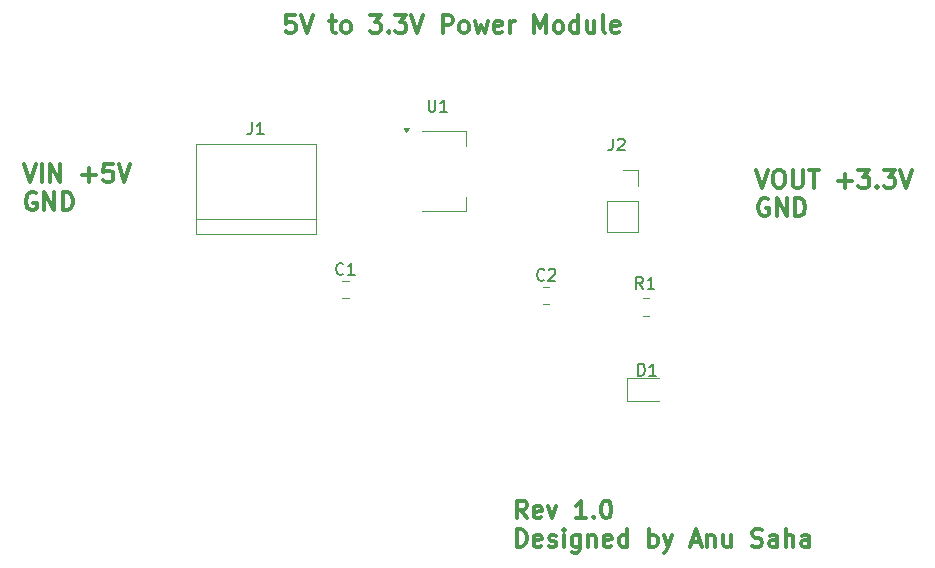
<source format=gbr>
%TF.GenerationSoftware,KiCad,Pcbnew,8.0.5*%
%TF.CreationDate,2026-01-17T19:17:13+05:30*%
%TF.ProjectId,5V_to_3V3_Power_Module,35565f74-6f5f-4335-9633-5f506f776572,rev?*%
%TF.SameCoordinates,Original*%
%TF.FileFunction,Legend,Top*%
%TF.FilePolarity,Positive*%
%FSLAX46Y46*%
G04 Gerber Fmt 4.6, Leading zero omitted, Abs format (unit mm)*
G04 Created by KiCad (PCBNEW 8.0.5) date 2026-01-17 19:17:13*
%MOMM*%
%LPD*%
G01*
G04 APERTURE LIST*
%ADD10C,0.300000*%
%ADD11C,0.150000*%
%ADD12C,0.120000*%
G04 APERTURE END LIST*
D10*
X123340225Y-72385912D02*
X123840225Y-73885912D01*
X123840225Y-73885912D02*
X124340225Y-72385912D01*
X124840224Y-73885912D02*
X124840224Y-72385912D01*
X125554510Y-73885912D02*
X125554510Y-72385912D01*
X125554510Y-72385912D02*
X126411653Y-73885912D01*
X126411653Y-73885912D02*
X126411653Y-72385912D01*
X128268796Y-73314484D02*
X129411654Y-73314484D01*
X128840225Y-73885912D02*
X128840225Y-72743055D01*
X130840225Y-72385912D02*
X130125939Y-72385912D01*
X130125939Y-72385912D02*
X130054511Y-73100198D01*
X130054511Y-73100198D02*
X130125939Y-73028769D01*
X130125939Y-73028769D02*
X130268797Y-72957341D01*
X130268797Y-72957341D02*
X130625939Y-72957341D01*
X130625939Y-72957341D02*
X130768797Y-73028769D01*
X130768797Y-73028769D02*
X130840225Y-73100198D01*
X130840225Y-73100198D02*
X130911654Y-73243055D01*
X130911654Y-73243055D02*
X130911654Y-73600198D01*
X130911654Y-73600198D02*
X130840225Y-73743055D01*
X130840225Y-73743055D02*
X130768797Y-73814484D01*
X130768797Y-73814484D02*
X130625939Y-73885912D01*
X130625939Y-73885912D02*
X130268797Y-73885912D01*
X130268797Y-73885912D02*
X130125939Y-73814484D01*
X130125939Y-73814484D02*
X130054511Y-73743055D01*
X131340225Y-72385912D02*
X131840225Y-73885912D01*
X131840225Y-73885912D02*
X132340225Y-72385912D01*
X124340225Y-74872257D02*
X124197368Y-74800828D01*
X124197368Y-74800828D02*
X123983082Y-74800828D01*
X123983082Y-74800828D02*
X123768796Y-74872257D01*
X123768796Y-74872257D02*
X123625939Y-75015114D01*
X123625939Y-75015114D02*
X123554510Y-75157971D01*
X123554510Y-75157971D02*
X123483082Y-75443685D01*
X123483082Y-75443685D02*
X123483082Y-75657971D01*
X123483082Y-75657971D02*
X123554510Y-75943685D01*
X123554510Y-75943685D02*
X123625939Y-76086542D01*
X123625939Y-76086542D02*
X123768796Y-76229400D01*
X123768796Y-76229400D02*
X123983082Y-76300828D01*
X123983082Y-76300828D02*
X124125939Y-76300828D01*
X124125939Y-76300828D02*
X124340225Y-76229400D01*
X124340225Y-76229400D02*
X124411653Y-76157971D01*
X124411653Y-76157971D02*
X124411653Y-75657971D01*
X124411653Y-75657971D02*
X124125939Y-75657971D01*
X125054510Y-76300828D02*
X125054510Y-74800828D01*
X125054510Y-74800828D02*
X125911653Y-76300828D01*
X125911653Y-76300828D02*
X125911653Y-74800828D01*
X126625939Y-76300828D02*
X126625939Y-74800828D01*
X126625939Y-74800828D02*
X126983082Y-74800828D01*
X126983082Y-74800828D02*
X127197368Y-74872257D01*
X127197368Y-74872257D02*
X127340225Y-75015114D01*
X127340225Y-75015114D02*
X127411654Y-75157971D01*
X127411654Y-75157971D02*
X127483082Y-75443685D01*
X127483082Y-75443685D02*
X127483082Y-75657971D01*
X127483082Y-75657971D02*
X127411654Y-75943685D01*
X127411654Y-75943685D02*
X127340225Y-76086542D01*
X127340225Y-76086542D02*
X127197368Y-76229400D01*
X127197368Y-76229400D02*
X126983082Y-76300828D01*
X126983082Y-76300828D02*
X126625939Y-76300828D01*
X165911653Y-102385912D02*
X165411653Y-101671626D01*
X165054510Y-102385912D02*
X165054510Y-100885912D01*
X165054510Y-100885912D02*
X165625939Y-100885912D01*
X165625939Y-100885912D02*
X165768796Y-100957341D01*
X165768796Y-100957341D02*
X165840225Y-101028769D01*
X165840225Y-101028769D02*
X165911653Y-101171626D01*
X165911653Y-101171626D02*
X165911653Y-101385912D01*
X165911653Y-101385912D02*
X165840225Y-101528769D01*
X165840225Y-101528769D02*
X165768796Y-101600198D01*
X165768796Y-101600198D02*
X165625939Y-101671626D01*
X165625939Y-101671626D02*
X165054510Y-101671626D01*
X167125939Y-102314484D02*
X166983082Y-102385912D01*
X166983082Y-102385912D02*
X166697368Y-102385912D01*
X166697368Y-102385912D02*
X166554510Y-102314484D01*
X166554510Y-102314484D02*
X166483082Y-102171626D01*
X166483082Y-102171626D02*
X166483082Y-101600198D01*
X166483082Y-101600198D02*
X166554510Y-101457341D01*
X166554510Y-101457341D02*
X166697368Y-101385912D01*
X166697368Y-101385912D02*
X166983082Y-101385912D01*
X166983082Y-101385912D02*
X167125939Y-101457341D01*
X167125939Y-101457341D02*
X167197368Y-101600198D01*
X167197368Y-101600198D02*
X167197368Y-101743055D01*
X167197368Y-101743055D02*
X166483082Y-101885912D01*
X167697367Y-101385912D02*
X168054510Y-102385912D01*
X168054510Y-102385912D02*
X168411653Y-101385912D01*
X170911653Y-102385912D02*
X170054510Y-102385912D01*
X170483081Y-102385912D02*
X170483081Y-100885912D01*
X170483081Y-100885912D02*
X170340224Y-101100198D01*
X170340224Y-101100198D02*
X170197367Y-101243055D01*
X170197367Y-101243055D02*
X170054510Y-101314484D01*
X171554509Y-102243055D02*
X171625938Y-102314484D01*
X171625938Y-102314484D02*
X171554509Y-102385912D01*
X171554509Y-102385912D02*
X171483081Y-102314484D01*
X171483081Y-102314484D02*
X171554509Y-102243055D01*
X171554509Y-102243055D02*
X171554509Y-102385912D01*
X172554510Y-100885912D02*
X172697367Y-100885912D01*
X172697367Y-100885912D02*
X172840224Y-100957341D01*
X172840224Y-100957341D02*
X172911653Y-101028769D01*
X172911653Y-101028769D02*
X172983081Y-101171626D01*
X172983081Y-101171626D02*
X173054510Y-101457341D01*
X173054510Y-101457341D02*
X173054510Y-101814484D01*
X173054510Y-101814484D02*
X172983081Y-102100198D01*
X172983081Y-102100198D02*
X172911653Y-102243055D01*
X172911653Y-102243055D02*
X172840224Y-102314484D01*
X172840224Y-102314484D02*
X172697367Y-102385912D01*
X172697367Y-102385912D02*
X172554510Y-102385912D01*
X172554510Y-102385912D02*
X172411653Y-102314484D01*
X172411653Y-102314484D02*
X172340224Y-102243055D01*
X172340224Y-102243055D02*
X172268795Y-102100198D01*
X172268795Y-102100198D02*
X172197367Y-101814484D01*
X172197367Y-101814484D02*
X172197367Y-101457341D01*
X172197367Y-101457341D02*
X172268795Y-101171626D01*
X172268795Y-101171626D02*
X172340224Y-101028769D01*
X172340224Y-101028769D02*
X172411653Y-100957341D01*
X172411653Y-100957341D02*
X172554510Y-100885912D01*
X165054510Y-104800828D02*
X165054510Y-103300828D01*
X165054510Y-103300828D02*
X165411653Y-103300828D01*
X165411653Y-103300828D02*
X165625939Y-103372257D01*
X165625939Y-103372257D02*
X165768796Y-103515114D01*
X165768796Y-103515114D02*
X165840225Y-103657971D01*
X165840225Y-103657971D02*
X165911653Y-103943685D01*
X165911653Y-103943685D02*
X165911653Y-104157971D01*
X165911653Y-104157971D02*
X165840225Y-104443685D01*
X165840225Y-104443685D02*
X165768796Y-104586542D01*
X165768796Y-104586542D02*
X165625939Y-104729400D01*
X165625939Y-104729400D02*
X165411653Y-104800828D01*
X165411653Y-104800828D02*
X165054510Y-104800828D01*
X167125939Y-104729400D02*
X166983082Y-104800828D01*
X166983082Y-104800828D02*
X166697368Y-104800828D01*
X166697368Y-104800828D02*
X166554510Y-104729400D01*
X166554510Y-104729400D02*
X166483082Y-104586542D01*
X166483082Y-104586542D02*
X166483082Y-104015114D01*
X166483082Y-104015114D02*
X166554510Y-103872257D01*
X166554510Y-103872257D02*
X166697368Y-103800828D01*
X166697368Y-103800828D02*
X166983082Y-103800828D01*
X166983082Y-103800828D02*
X167125939Y-103872257D01*
X167125939Y-103872257D02*
X167197368Y-104015114D01*
X167197368Y-104015114D02*
X167197368Y-104157971D01*
X167197368Y-104157971D02*
X166483082Y-104300828D01*
X167768796Y-104729400D02*
X167911653Y-104800828D01*
X167911653Y-104800828D02*
X168197367Y-104800828D01*
X168197367Y-104800828D02*
X168340224Y-104729400D01*
X168340224Y-104729400D02*
X168411653Y-104586542D01*
X168411653Y-104586542D02*
X168411653Y-104515114D01*
X168411653Y-104515114D02*
X168340224Y-104372257D01*
X168340224Y-104372257D02*
X168197367Y-104300828D01*
X168197367Y-104300828D02*
X167983082Y-104300828D01*
X167983082Y-104300828D02*
X167840224Y-104229400D01*
X167840224Y-104229400D02*
X167768796Y-104086542D01*
X167768796Y-104086542D02*
X167768796Y-104015114D01*
X167768796Y-104015114D02*
X167840224Y-103872257D01*
X167840224Y-103872257D02*
X167983082Y-103800828D01*
X167983082Y-103800828D02*
X168197367Y-103800828D01*
X168197367Y-103800828D02*
X168340224Y-103872257D01*
X169054510Y-104800828D02*
X169054510Y-103800828D01*
X169054510Y-103300828D02*
X168983082Y-103372257D01*
X168983082Y-103372257D02*
X169054510Y-103443685D01*
X169054510Y-103443685D02*
X169125939Y-103372257D01*
X169125939Y-103372257D02*
X169054510Y-103300828D01*
X169054510Y-103300828D02*
X169054510Y-103443685D01*
X170411654Y-103800828D02*
X170411654Y-105015114D01*
X170411654Y-105015114D02*
X170340225Y-105157971D01*
X170340225Y-105157971D02*
X170268796Y-105229400D01*
X170268796Y-105229400D02*
X170125939Y-105300828D01*
X170125939Y-105300828D02*
X169911654Y-105300828D01*
X169911654Y-105300828D02*
X169768796Y-105229400D01*
X170411654Y-104729400D02*
X170268796Y-104800828D01*
X170268796Y-104800828D02*
X169983082Y-104800828D01*
X169983082Y-104800828D02*
X169840225Y-104729400D01*
X169840225Y-104729400D02*
X169768796Y-104657971D01*
X169768796Y-104657971D02*
X169697368Y-104515114D01*
X169697368Y-104515114D02*
X169697368Y-104086542D01*
X169697368Y-104086542D02*
X169768796Y-103943685D01*
X169768796Y-103943685D02*
X169840225Y-103872257D01*
X169840225Y-103872257D02*
X169983082Y-103800828D01*
X169983082Y-103800828D02*
X170268796Y-103800828D01*
X170268796Y-103800828D02*
X170411654Y-103872257D01*
X171125939Y-103800828D02*
X171125939Y-104800828D01*
X171125939Y-103943685D02*
X171197368Y-103872257D01*
X171197368Y-103872257D02*
X171340225Y-103800828D01*
X171340225Y-103800828D02*
X171554511Y-103800828D01*
X171554511Y-103800828D02*
X171697368Y-103872257D01*
X171697368Y-103872257D02*
X171768797Y-104015114D01*
X171768797Y-104015114D02*
X171768797Y-104800828D01*
X173054511Y-104729400D02*
X172911654Y-104800828D01*
X172911654Y-104800828D02*
X172625940Y-104800828D01*
X172625940Y-104800828D02*
X172483082Y-104729400D01*
X172483082Y-104729400D02*
X172411654Y-104586542D01*
X172411654Y-104586542D02*
X172411654Y-104015114D01*
X172411654Y-104015114D02*
X172483082Y-103872257D01*
X172483082Y-103872257D02*
X172625940Y-103800828D01*
X172625940Y-103800828D02*
X172911654Y-103800828D01*
X172911654Y-103800828D02*
X173054511Y-103872257D01*
X173054511Y-103872257D02*
X173125940Y-104015114D01*
X173125940Y-104015114D02*
X173125940Y-104157971D01*
X173125940Y-104157971D02*
X172411654Y-104300828D01*
X174411654Y-104800828D02*
X174411654Y-103300828D01*
X174411654Y-104729400D02*
X174268796Y-104800828D01*
X174268796Y-104800828D02*
X173983082Y-104800828D01*
X173983082Y-104800828D02*
X173840225Y-104729400D01*
X173840225Y-104729400D02*
X173768796Y-104657971D01*
X173768796Y-104657971D02*
X173697368Y-104515114D01*
X173697368Y-104515114D02*
X173697368Y-104086542D01*
X173697368Y-104086542D02*
X173768796Y-103943685D01*
X173768796Y-103943685D02*
X173840225Y-103872257D01*
X173840225Y-103872257D02*
X173983082Y-103800828D01*
X173983082Y-103800828D02*
X174268796Y-103800828D01*
X174268796Y-103800828D02*
X174411654Y-103872257D01*
X176268796Y-104800828D02*
X176268796Y-103300828D01*
X176268796Y-103872257D02*
X176411654Y-103800828D01*
X176411654Y-103800828D02*
X176697368Y-103800828D01*
X176697368Y-103800828D02*
X176840225Y-103872257D01*
X176840225Y-103872257D02*
X176911654Y-103943685D01*
X176911654Y-103943685D02*
X176983082Y-104086542D01*
X176983082Y-104086542D02*
X176983082Y-104515114D01*
X176983082Y-104515114D02*
X176911654Y-104657971D01*
X176911654Y-104657971D02*
X176840225Y-104729400D01*
X176840225Y-104729400D02*
X176697368Y-104800828D01*
X176697368Y-104800828D02*
X176411654Y-104800828D01*
X176411654Y-104800828D02*
X176268796Y-104729400D01*
X177483082Y-103800828D02*
X177840225Y-104800828D01*
X178197368Y-103800828D02*
X177840225Y-104800828D01*
X177840225Y-104800828D02*
X177697368Y-105157971D01*
X177697368Y-105157971D02*
X177625939Y-105229400D01*
X177625939Y-105229400D02*
X177483082Y-105300828D01*
X179840225Y-104372257D02*
X180554511Y-104372257D01*
X179697368Y-104800828D02*
X180197368Y-103300828D01*
X180197368Y-103300828D02*
X180697368Y-104800828D01*
X181197367Y-103800828D02*
X181197367Y-104800828D01*
X181197367Y-103943685D02*
X181268796Y-103872257D01*
X181268796Y-103872257D02*
X181411653Y-103800828D01*
X181411653Y-103800828D02*
X181625939Y-103800828D01*
X181625939Y-103800828D02*
X181768796Y-103872257D01*
X181768796Y-103872257D02*
X181840225Y-104015114D01*
X181840225Y-104015114D02*
X181840225Y-104800828D01*
X183197368Y-103800828D02*
X183197368Y-104800828D01*
X182554510Y-103800828D02*
X182554510Y-104586542D01*
X182554510Y-104586542D02*
X182625939Y-104729400D01*
X182625939Y-104729400D02*
X182768796Y-104800828D01*
X182768796Y-104800828D02*
X182983082Y-104800828D01*
X182983082Y-104800828D02*
X183125939Y-104729400D01*
X183125939Y-104729400D02*
X183197368Y-104657971D01*
X184983082Y-104729400D02*
X185197368Y-104800828D01*
X185197368Y-104800828D02*
X185554510Y-104800828D01*
X185554510Y-104800828D02*
X185697368Y-104729400D01*
X185697368Y-104729400D02*
X185768796Y-104657971D01*
X185768796Y-104657971D02*
X185840225Y-104515114D01*
X185840225Y-104515114D02*
X185840225Y-104372257D01*
X185840225Y-104372257D02*
X185768796Y-104229400D01*
X185768796Y-104229400D02*
X185697368Y-104157971D01*
X185697368Y-104157971D02*
X185554510Y-104086542D01*
X185554510Y-104086542D02*
X185268796Y-104015114D01*
X185268796Y-104015114D02*
X185125939Y-103943685D01*
X185125939Y-103943685D02*
X185054510Y-103872257D01*
X185054510Y-103872257D02*
X184983082Y-103729400D01*
X184983082Y-103729400D02*
X184983082Y-103586542D01*
X184983082Y-103586542D02*
X185054510Y-103443685D01*
X185054510Y-103443685D02*
X185125939Y-103372257D01*
X185125939Y-103372257D02*
X185268796Y-103300828D01*
X185268796Y-103300828D02*
X185625939Y-103300828D01*
X185625939Y-103300828D02*
X185840225Y-103372257D01*
X187125939Y-104800828D02*
X187125939Y-104015114D01*
X187125939Y-104015114D02*
X187054510Y-103872257D01*
X187054510Y-103872257D02*
X186911653Y-103800828D01*
X186911653Y-103800828D02*
X186625939Y-103800828D01*
X186625939Y-103800828D02*
X186483081Y-103872257D01*
X187125939Y-104729400D02*
X186983081Y-104800828D01*
X186983081Y-104800828D02*
X186625939Y-104800828D01*
X186625939Y-104800828D02*
X186483081Y-104729400D01*
X186483081Y-104729400D02*
X186411653Y-104586542D01*
X186411653Y-104586542D02*
X186411653Y-104443685D01*
X186411653Y-104443685D02*
X186483081Y-104300828D01*
X186483081Y-104300828D02*
X186625939Y-104229400D01*
X186625939Y-104229400D02*
X186983081Y-104229400D01*
X186983081Y-104229400D02*
X187125939Y-104157971D01*
X187840224Y-104800828D02*
X187840224Y-103300828D01*
X188483082Y-104800828D02*
X188483082Y-104015114D01*
X188483082Y-104015114D02*
X188411653Y-103872257D01*
X188411653Y-103872257D02*
X188268796Y-103800828D01*
X188268796Y-103800828D02*
X188054510Y-103800828D01*
X188054510Y-103800828D02*
X187911653Y-103872257D01*
X187911653Y-103872257D02*
X187840224Y-103943685D01*
X189840225Y-104800828D02*
X189840225Y-104015114D01*
X189840225Y-104015114D02*
X189768796Y-103872257D01*
X189768796Y-103872257D02*
X189625939Y-103800828D01*
X189625939Y-103800828D02*
X189340225Y-103800828D01*
X189340225Y-103800828D02*
X189197367Y-103872257D01*
X189840225Y-104729400D02*
X189697367Y-104800828D01*
X189697367Y-104800828D02*
X189340225Y-104800828D01*
X189340225Y-104800828D02*
X189197367Y-104729400D01*
X189197367Y-104729400D02*
X189125939Y-104586542D01*
X189125939Y-104586542D02*
X189125939Y-104443685D01*
X189125939Y-104443685D02*
X189197367Y-104300828D01*
X189197367Y-104300828D02*
X189340225Y-104229400D01*
X189340225Y-104229400D02*
X189697367Y-104229400D01*
X189697367Y-104229400D02*
X189840225Y-104157971D01*
X146268796Y-59800828D02*
X145554510Y-59800828D01*
X145554510Y-59800828D02*
X145483082Y-60515114D01*
X145483082Y-60515114D02*
X145554510Y-60443685D01*
X145554510Y-60443685D02*
X145697368Y-60372257D01*
X145697368Y-60372257D02*
X146054510Y-60372257D01*
X146054510Y-60372257D02*
X146197368Y-60443685D01*
X146197368Y-60443685D02*
X146268796Y-60515114D01*
X146268796Y-60515114D02*
X146340225Y-60657971D01*
X146340225Y-60657971D02*
X146340225Y-61015114D01*
X146340225Y-61015114D02*
X146268796Y-61157971D01*
X146268796Y-61157971D02*
X146197368Y-61229400D01*
X146197368Y-61229400D02*
X146054510Y-61300828D01*
X146054510Y-61300828D02*
X145697368Y-61300828D01*
X145697368Y-61300828D02*
X145554510Y-61229400D01*
X145554510Y-61229400D02*
X145483082Y-61157971D01*
X146768796Y-59800828D02*
X147268796Y-61300828D01*
X147268796Y-61300828D02*
X147768796Y-59800828D01*
X149197367Y-60300828D02*
X149768795Y-60300828D01*
X149411652Y-59800828D02*
X149411652Y-61086542D01*
X149411652Y-61086542D02*
X149483081Y-61229400D01*
X149483081Y-61229400D02*
X149625938Y-61300828D01*
X149625938Y-61300828D02*
X149768795Y-61300828D01*
X150483081Y-61300828D02*
X150340224Y-61229400D01*
X150340224Y-61229400D02*
X150268795Y-61157971D01*
X150268795Y-61157971D02*
X150197367Y-61015114D01*
X150197367Y-61015114D02*
X150197367Y-60586542D01*
X150197367Y-60586542D02*
X150268795Y-60443685D01*
X150268795Y-60443685D02*
X150340224Y-60372257D01*
X150340224Y-60372257D02*
X150483081Y-60300828D01*
X150483081Y-60300828D02*
X150697367Y-60300828D01*
X150697367Y-60300828D02*
X150840224Y-60372257D01*
X150840224Y-60372257D02*
X150911653Y-60443685D01*
X150911653Y-60443685D02*
X150983081Y-60586542D01*
X150983081Y-60586542D02*
X150983081Y-61015114D01*
X150983081Y-61015114D02*
X150911653Y-61157971D01*
X150911653Y-61157971D02*
X150840224Y-61229400D01*
X150840224Y-61229400D02*
X150697367Y-61300828D01*
X150697367Y-61300828D02*
X150483081Y-61300828D01*
X152625938Y-59800828D02*
X153554510Y-59800828D01*
X153554510Y-59800828D02*
X153054510Y-60372257D01*
X153054510Y-60372257D02*
X153268795Y-60372257D01*
X153268795Y-60372257D02*
X153411653Y-60443685D01*
X153411653Y-60443685D02*
X153483081Y-60515114D01*
X153483081Y-60515114D02*
X153554510Y-60657971D01*
X153554510Y-60657971D02*
X153554510Y-61015114D01*
X153554510Y-61015114D02*
X153483081Y-61157971D01*
X153483081Y-61157971D02*
X153411653Y-61229400D01*
X153411653Y-61229400D02*
X153268795Y-61300828D01*
X153268795Y-61300828D02*
X152840224Y-61300828D01*
X152840224Y-61300828D02*
X152697367Y-61229400D01*
X152697367Y-61229400D02*
X152625938Y-61157971D01*
X154197366Y-61157971D02*
X154268795Y-61229400D01*
X154268795Y-61229400D02*
X154197366Y-61300828D01*
X154197366Y-61300828D02*
X154125938Y-61229400D01*
X154125938Y-61229400D02*
X154197366Y-61157971D01*
X154197366Y-61157971D02*
X154197366Y-61300828D01*
X154768795Y-59800828D02*
X155697367Y-59800828D01*
X155697367Y-59800828D02*
X155197367Y-60372257D01*
X155197367Y-60372257D02*
X155411652Y-60372257D01*
X155411652Y-60372257D02*
X155554510Y-60443685D01*
X155554510Y-60443685D02*
X155625938Y-60515114D01*
X155625938Y-60515114D02*
X155697367Y-60657971D01*
X155697367Y-60657971D02*
X155697367Y-61015114D01*
X155697367Y-61015114D02*
X155625938Y-61157971D01*
X155625938Y-61157971D02*
X155554510Y-61229400D01*
X155554510Y-61229400D02*
X155411652Y-61300828D01*
X155411652Y-61300828D02*
X154983081Y-61300828D01*
X154983081Y-61300828D02*
X154840224Y-61229400D01*
X154840224Y-61229400D02*
X154768795Y-61157971D01*
X156125938Y-59800828D02*
X156625938Y-61300828D01*
X156625938Y-61300828D02*
X157125938Y-59800828D01*
X158768794Y-61300828D02*
X158768794Y-59800828D01*
X158768794Y-59800828D02*
X159340223Y-59800828D01*
X159340223Y-59800828D02*
X159483080Y-59872257D01*
X159483080Y-59872257D02*
X159554509Y-59943685D01*
X159554509Y-59943685D02*
X159625937Y-60086542D01*
X159625937Y-60086542D02*
X159625937Y-60300828D01*
X159625937Y-60300828D02*
X159554509Y-60443685D01*
X159554509Y-60443685D02*
X159483080Y-60515114D01*
X159483080Y-60515114D02*
X159340223Y-60586542D01*
X159340223Y-60586542D02*
X158768794Y-60586542D01*
X160483080Y-61300828D02*
X160340223Y-61229400D01*
X160340223Y-61229400D02*
X160268794Y-61157971D01*
X160268794Y-61157971D02*
X160197366Y-61015114D01*
X160197366Y-61015114D02*
X160197366Y-60586542D01*
X160197366Y-60586542D02*
X160268794Y-60443685D01*
X160268794Y-60443685D02*
X160340223Y-60372257D01*
X160340223Y-60372257D02*
X160483080Y-60300828D01*
X160483080Y-60300828D02*
X160697366Y-60300828D01*
X160697366Y-60300828D02*
X160840223Y-60372257D01*
X160840223Y-60372257D02*
X160911652Y-60443685D01*
X160911652Y-60443685D02*
X160983080Y-60586542D01*
X160983080Y-60586542D02*
X160983080Y-61015114D01*
X160983080Y-61015114D02*
X160911652Y-61157971D01*
X160911652Y-61157971D02*
X160840223Y-61229400D01*
X160840223Y-61229400D02*
X160697366Y-61300828D01*
X160697366Y-61300828D02*
X160483080Y-61300828D01*
X161483080Y-60300828D02*
X161768795Y-61300828D01*
X161768795Y-61300828D02*
X162054509Y-60586542D01*
X162054509Y-60586542D02*
X162340223Y-61300828D01*
X162340223Y-61300828D02*
X162625937Y-60300828D01*
X163768795Y-61229400D02*
X163625938Y-61300828D01*
X163625938Y-61300828D02*
X163340224Y-61300828D01*
X163340224Y-61300828D02*
X163197366Y-61229400D01*
X163197366Y-61229400D02*
X163125938Y-61086542D01*
X163125938Y-61086542D02*
X163125938Y-60515114D01*
X163125938Y-60515114D02*
X163197366Y-60372257D01*
X163197366Y-60372257D02*
X163340224Y-60300828D01*
X163340224Y-60300828D02*
X163625938Y-60300828D01*
X163625938Y-60300828D02*
X163768795Y-60372257D01*
X163768795Y-60372257D02*
X163840224Y-60515114D01*
X163840224Y-60515114D02*
X163840224Y-60657971D01*
X163840224Y-60657971D02*
X163125938Y-60800828D01*
X164483080Y-61300828D02*
X164483080Y-60300828D01*
X164483080Y-60586542D02*
X164554509Y-60443685D01*
X164554509Y-60443685D02*
X164625938Y-60372257D01*
X164625938Y-60372257D02*
X164768795Y-60300828D01*
X164768795Y-60300828D02*
X164911652Y-60300828D01*
X166554508Y-61300828D02*
X166554508Y-59800828D01*
X166554508Y-59800828D02*
X167054508Y-60872257D01*
X167054508Y-60872257D02*
X167554508Y-59800828D01*
X167554508Y-59800828D02*
X167554508Y-61300828D01*
X168483080Y-61300828D02*
X168340223Y-61229400D01*
X168340223Y-61229400D02*
X168268794Y-61157971D01*
X168268794Y-61157971D02*
X168197366Y-61015114D01*
X168197366Y-61015114D02*
X168197366Y-60586542D01*
X168197366Y-60586542D02*
X168268794Y-60443685D01*
X168268794Y-60443685D02*
X168340223Y-60372257D01*
X168340223Y-60372257D02*
X168483080Y-60300828D01*
X168483080Y-60300828D02*
X168697366Y-60300828D01*
X168697366Y-60300828D02*
X168840223Y-60372257D01*
X168840223Y-60372257D02*
X168911652Y-60443685D01*
X168911652Y-60443685D02*
X168983080Y-60586542D01*
X168983080Y-60586542D02*
X168983080Y-61015114D01*
X168983080Y-61015114D02*
X168911652Y-61157971D01*
X168911652Y-61157971D02*
X168840223Y-61229400D01*
X168840223Y-61229400D02*
X168697366Y-61300828D01*
X168697366Y-61300828D02*
X168483080Y-61300828D01*
X170268795Y-61300828D02*
X170268795Y-59800828D01*
X170268795Y-61229400D02*
X170125937Y-61300828D01*
X170125937Y-61300828D02*
X169840223Y-61300828D01*
X169840223Y-61300828D02*
X169697366Y-61229400D01*
X169697366Y-61229400D02*
X169625937Y-61157971D01*
X169625937Y-61157971D02*
X169554509Y-61015114D01*
X169554509Y-61015114D02*
X169554509Y-60586542D01*
X169554509Y-60586542D02*
X169625937Y-60443685D01*
X169625937Y-60443685D02*
X169697366Y-60372257D01*
X169697366Y-60372257D02*
X169840223Y-60300828D01*
X169840223Y-60300828D02*
X170125937Y-60300828D01*
X170125937Y-60300828D02*
X170268795Y-60372257D01*
X171625938Y-60300828D02*
X171625938Y-61300828D01*
X170983080Y-60300828D02*
X170983080Y-61086542D01*
X170983080Y-61086542D02*
X171054509Y-61229400D01*
X171054509Y-61229400D02*
X171197366Y-61300828D01*
X171197366Y-61300828D02*
X171411652Y-61300828D01*
X171411652Y-61300828D02*
X171554509Y-61229400D01*
X171554509Y-61229400D02*
X171625938Y-61157971D01*
X172554509Y-61300828D02*
X172411652Y-61229400D01*
X172411652Y-61229400D02*
X172340223Y-61086542D01*
X172340223Y-61086542D02*
X172340223Y-59800828D01*
X173697366Y-61229400D02*
X173554509Y-61300828D01*
X173554509Y-61300828D02*
X173268795Y-61300828D01*
X173268795Y-61300828D02*
X173125937Y-61229400D01*
X173125937Y-61229400D02*
X173054509Y-61086542D01*
X173054509Y-61086542D02*
X173054509Y-60515114D01*
X173054509Y-60515114D02*
X173125937Y-60372257D01*
X173125937Y-60372257D02*
X173268795Y-60300828D01*
X173268795Y-60300828D02*
X173554509Y-60300828D01*
X173554509Y-60300828D02*
X173697366Y-60372257D01*
X173697366Y-60372257D02*
X173768795Y-60515114D01*
X173768795Y-60515114D02*
X173768795Y-60657971D01*
X173768795Y-60657971D02*
X173054509Y-60800828D01*
X185340225Y-72885912D02*
X185840225Y-74385912D01*
X185840225Y-74385912D02*
X186340225Y-72885912D01*
X187125939Y-72885912D02*
X187411653Y-72885912D01*
X187411653Y-72885912D02*
X187554510Y-72957341D01*
X187554510Y-72957341D02*
X187697367Y-73100198D01*
X187697367Y-73100198D02*
X187768796Y-73385912D01*
X187768796Y-73385912D02*
X187768796Y-73885912D01*
X187768796Y-73885912D02*
X187697367Y-74171626D01*
X187697367Y-74171626D02*
X187554510Y-74314484D01*
X187554510Y-74314484D02*
X187411653Y-74385912D01*
X187411653Y-74385912D02*
X187125939Y-74385912D01*
X187125939Y-74385912D02*
X186983082Y-74314484D01*
X186983082Y-74314484D02*
X186840224Y-74171626D01*
X186840224Y-74171626D02*
X186768796Y-73885912D01*
X186768796Y-73885912D02*
X186768796Y-73385912D01*
X186768796Y-73385912D02*
X186840224Y-73100198D01*
X186840224Y-73100198D02*
X186983082Y-72957341D01*
X186983082Y-72957341D02*
X187125939Y-72885912D01*
X188411653Y-72885912D02*
X188411653Y-74100198D01*
X188411653Y-74100198D02*
X188483082Y-74243055D01*
X188483082Y-74243055D02*
X188554511Y-74314484D01*
X188554511Y-74314484D02*
X188697368Y-74385912D01*
X188697368Y-74385912D02*
X188983082Y-74385912D01*
X188983082Y-74385912D02*
X189125939Y-74314484D01*
X189125939Y-74314484D02*
X189197368Y-74243055D01*
X189197368Y-74243055D02*
X189268796Y-74100198D01*
X189268796Y-74100198D02*
X189268796Y-72885912D01*
X189768797Y-72885912D02*
X190625940Y-72885912D01*
X190197368Y-74385912D02*
X190197368Y-72885912D01*
X192268796Y-73814484D02*
X193411654Y-73814484D01*
X192840225Y-74385912D02*
X192840225Y-73243055D01*
X193983082Y-72885912D02*
X194911654Y-72885912D01*
X194911654Y-72885912D02*
X194411654Y-73457341D01*
X194411654Y-73457341D02*
X194625939Y-73457341D01*
X194625939Y-73457341D02*
X194768797Y-73528769D01*
X194768797Y-73528769D02*
X194840225Y-73600198D01*
X194840225Y-73600198D02*
X194911654Y-73743055D01*
X194911654Y-73743055D02*
X194911654Y-74100198D01*
X194911654Y-74100198D02*
X194840225Y-74243055D01*
X194840225Y-74243055D02*
X194768797Y-74314484D01*
X194768797Y-74314484D02*
X194625939Y-74385912D01*
X194625939Y-74385912D02*
X194197368Y-74385912D01*
X194197368Y-74385912D02*
X194054511Y-74314484D01*
X194054511Y-74314484D02*
X193983082Y-74243055D01*
X195554510Y-74243055D02*
X195625939Y-74314484D01*
X195625939Y-74314484D02*
X195554510Y-74385912D01*
X195554510Y-74385912D02*
X195483082Y-74314484D01*
X195483082Y-74314484D02*
X195554510Y-74243055D01*
X195554510Y-74243055D02*
X195554510Y-74385912D01*
X196125939Y-72885912D02*
X197054511Y-72885912D01*
X197054511Y-72885912D02*
X196554511Y-73457341D01*
X196554511Y-73457341D02*
X196768796Y-73457341D01*
X196768796Y-73457341D02*
X196911654Y-73528769D01*
X196911654Y-73528769D02*
X196983082Y-73600198D01*
X196983082Y-73600198D02*
X197054511Y-73743055D01*
X197054511Y-73743055D02*
X197054511Y-74100198D01*
X197054511Y-74100198D02*
X196983082Y-74243055D01*
X196983082Y-74243055D02*
X196911654Y-74314484D01*
X196911654Y-74314484D02*
X196768796Y-74385912D01*
X196768796Y-74385912D02*
X196340225Y-74385912D01*
X196340225Y-74385912D02*
X196197368Y-74314484D01*
X196197368Y-74314484D02*
X196125939Y-74243055D01*
X197483082Y-72885912D02*
X197983082Y-74385912D01*
X197983082Y-74385912D02*
X198483082Y-72885912D01*
X186340225Y-75372257D02*
X186197368Y-75300828D01*
X186197368Y-75300828D02*
X185983082Y-75300828D01*
X185983082Y-75300828D02*
X185768796Y-75372257D01*
X185768796Y-75372257D02*
X185625939Y-75515114D01*
X185625939Y-75515114D02*
X185554510Y-75657971D01*
X185554510Y-75657971D02*
X185483082Y-75943685D01*
X185483082Y-75943685D02*
X185483082Y-76157971D01*
X185483082Y-76157971D02*
X185554510Y-76443685D01*
X185554510Y-76443685D02*
X185625939Y-76586542D01*
X185625939Y-76586542D02*
X185768796Y-76729400D01*
X185768796Y-76729400D02*
X185983082Y-76800828D01*
X185983082Y-76800828D02*
X186125939Y-76800828D01*
X186125939Y-76800828D02*
X186340225Y-76729400D01*
X186340225Y-76729400D02*
X186411653Y-76657971D01*
X186411653Y-76657971D02*
X186411653Y-76157971D01*
X186411653Y-76157971D02*
X186125939Y-76157971D01*
X187054510Y-76800828D02*
X187054510Y-75300828D01*
X187054510Y-75300828D02*
X187911653Y-76800828D01*
X187911653Y-76800828D02*
X187911653Y-75300828D01*
X188625939Y-76800828D02*
X188625939Y-75300828D01*
X188625939Y-75300828D02*
X188983082Y-75300828D01*
X188983082Y-75300828D02*
X189197368Y-75372257D01*
X189197368Y-75372257D02*
X189340225Y-75515114D01*
X189340225Y-75515114D02*
X189411654Y-75657971D01*
X189411654Y-75657971D02*
X189483082Y-75943685D01*
X189483082Y-75943685D02*
X189483082Y-76157971D01*
X189483082Y-76157971D02*
X189411654Y-76443685D01*
X189411654Y-76443685D02*
X189340225Y-76586542D01*
X189340225Y-76586542D02*
X189197368Y-76729400D01*
X189197368Y-76729400D02*
X188983082Y-76800828D01*
X188983082Y-76800828D02*
X188625939Y-76800828D01*
D11*
X167383333Y-82179580D02*
X167335714Y-82227200D01*
X167335714Y-82227200D02*
X167192857Y-82274819D01*
X167192857Y-82274819D02*
X167097619Y-82274819D01*
X167097619Y-82274819D02*
X166954762Y-82227200D01*
X166954762Y-82227200D02*
X166859524Y-82131961D01*
X166859524Y-82131961D02*
X166811905Y-82036723D01*
X166811905Y-82036723D02*
X166764286Y-81846247D01*
X166764286Y-81846247D02*
X166764286Y-81703390D01*
X166764286Y-81703390D02*
X166811905Y-81512914D01*
X166811905Y-81512914D02*
X166859524Y-81417676D01*
X166859524Y-81417676D02*
X166954762Y-81322438D01*
X166954762Y-81322438D02*
X167097619Y-81274819D01*
X167097619Y-81274819D02*
X167192857Y-81274819D01*
X167192857Y-81274819D02*
X167335714Y-81322438D01*
X167335714Y-81322438D02*
X167383333Y-81370057D01*
X167764286Y-81370057D02*
X167811905Y-81322438D01*
X167811905Y-81322438D02*
X167907143Y-81274819D01*
X167907143Y-81274819D02*
X168145238Y-81274819D01*
X168145238Y-81274819D02*
X168240476Y-81322438D01*
X168240476Y-81322438D02*
X168288095Y-81370057D01*
X168288095Y-81370057D02*
X168335714Y-81465295D01*
X168335714Y-81465295D02*
X168335714Y-81560533D01*
X168335714Y-81560533D02*
X168288095Y-81703390D01*
X168288095Y-81703390D02*
X167716667Y-82274819D01*
X167716667Y-82274819D02*
X168335714Y-82274819D01*
X150383333Y-81679580D02*
X150335714Y-81727200D01*
X150335714Y-81727200D02*
X150192857Y-81774819D01*
X150192857Y-81774819D02*
X150097619Y-81774819D01*
X150097619Y-81774819D02*
X149954762Y-81727200D01*
X149954762Y-81727200D02*
X149859524Y-81631961D01*
X149859524Y-81631961D02*
X149811905Y-81536723D01*
X149811905Y-81536723D02*
X149764286Y-81346247D01*
X149764286Y-81346247D02*
X149764286Y-81203390D01*
X149764286Y-81203390D02*
X149811905Y-81012914D01*
X149811905Y-81012914D02*
X149859524Y-80917676D01*
X149859524Y-80917676D02*
X149954762Y-80822438D01*
X149954762Y-80822438D02*
X150097619Y-80774819D01*
X150097619Y-80774819D02*
X150192857Y-80774819D01*
X150192857Y-80774819D02*
X150335714Y-80822438D01*
X150335714Y-80822438D02*
X150383333Y-80870057D01*
X151335714Y-81774819D02*
X150764286Y-81774819D01*
X151050000Y-81774819D02*
X151050000Y-80774819D01*
X151050000Y-80774819D02*
X150954762Y-80917676D01*
X150954762Y-80917676D02*
X150859524Y-81012914D01*
X150859524Y-81012914D02*
X150764286Y-81060533D01*
X157588095Y-66954819D02*
X157588095Y-67764342D01*
X157588095Y-67764342D02*
X157635714Y-67859580D01*
X157635714Y-67859580D02*
X157683333Y-67907200D01*
X157683333Y-67907200D02*
X157778571Y-67954819D01*
X157778571Y-67954819D02*
X157969047Y-67954819D01*
X157969047Y-67954819D02*
X158064285Y-67907200D01*
X158064285Y-67907200D02*
X158111904Y-67859580D01*
X158111904Y-67859580D02*
X158159523Y-67764342D01*
X158159523Y-67764342D02*
X158159523Y-66954819D01*
X159159523Y-67954819D02*
X158588095Y-67954819D01*
X158873809Y-67954819D02*
X158873809Y-66954819D01*
X158873809Y-66954819D02*
X158778571Y-67097676D01*
X158778571Y-67097676D02*
X158683333Y-67192914D01*
X158683333Y-67192914D02*
X158588095Y-67240533D01*
X142626666Y-68874819D02*
X142626666Y-69589104D01*
X142626666Y-69589104D02*
X142579047Y-69731961D01*
X142579047Y-69731961D02*
X142483809Y-69827200D01*
X142483809Y-69827200D02*
X142340952Y-69874819D01*
X142340952Y-69874819D02*
X142245714Y-69874819D01*
X143626666Y-69874819D02*
X143055238Y-69874819D01*
X143340952Y-69874819D02*
X143340952Y-68874819D01*
X143340952Y-68874819D02*
X143245714Y-69017676D01*
X143245714Y-69017676D02*
X143150476Y-69112914D01*
X143150476Y-69112914D02*
X143055238Y-69160533D01*
X175324405Y-90304819D02*
X175324405Y-89304819D01*
X175324405Y-89304819D02*
X175562500Y-89304819D01*
X175562500Y-89304819D02*
X175705357Y-89352438D01*
X175705357Y-89352438D02*
X175800595Y-89447676D01*
X175800595Y-89447676D02*
X175848214Y-89542914D01*
X175848214Y-89542914D02*
X175895833Y-89733390D01*
X175895833Y-89733390D02*
X175895833Y-89876247D01*
X175895833Y-89876247D02*
X175848214Y-90066723D01*
X175848214Y-90066723D02*
X175800595Y-90161961D01*
X175800595Y-90161961D02*
X175705357Y-90257200D01*
X175705357Y-90257200D02*
X175562500Y-90304819D01*
X175562500Y-90304819D02*
X175324405Y-90304819D01*
X176848214Y-90304819D02*
X176276786Y-90304819D01*
X176562500Y-90304819D02*
X176562500Y-89304819D01*
X176562500Y-89304819D02*
X176467262Y-89447676D01*
X176467262Y-89447676D02*
X176372024Y-89542914D01*
X176372024Y-89542914D02*
X176276786Y-89590533D01*
X175745833Y-82954819D02*
X175412500Y-82478628D01*
X175174405Y-82954819D02*
X175174405Y-81954819D01*
X175174405Y-81954819D02*
X175555357Y-81954819D01*
X175555357Y-81954819D02*
X175650595Y-82002438D01*
X175650595Y-82002438D02*
X175698214Y-82050057D01*
X175698214Y-82050057D02*
X175745833Y-82145295D01*
X175745833Y-82145295D02*
X175745833Y-82288152D01*
X175745833Y-82288152D02*
X175698214Y-82383390D01*
X175698214Y-82383390D02*
X175650595Y-82431009D01*
X175650595Y-82431009D02*
X175555357Y-82478628D01*
X175555357Y-82478628D02*
X175174405Y-82478628D01*
X176698214Y-82954819D02*
X176126786Y-82954819D01*
X176412500Y-82954819D02*
X176412500Y-81954819D01*
X176412500Y-81954819D02*
X176317262Y-82097676D01*
X176317262Y-82097676D02*
X176222024Y-82192914D01*
X176222024Y-82192914D02*
X176126786Y-82240533D01*
X173191666Y-70244819D02*
X173191666Y-70959104D01*
X173191666Y-70959104D02*
X173144047Y-71101961D01*
X173144047Y-71101961D02*
X173048809Y-71197200D01*
X173048809Y-71197200D02*
X172905952Y-71244819D01*
X172905952Y-71244819D02*
X172810714Y-71244819D01*
X173620238Y-70340057D02*
X173667857Y-70292438D01*
X173667857Y-70292438D02*
X173763095Y-70244819D01*
X173763095Y-70244819D02*
X174001190Y-70244819D01*
X174001190Y-70244819D02*
X174096428Y-70292438D01*
X174096428Y-70292438D02*
X174144047Y-70340057D01*
X174144047Y-70340057D02*
X174191666Y-70435295D01*
X174191666Y-70435295D02*
X174191666Y-70530533D01*
X174191666Y-70530533D02*
X174144047Y-70673390D01*
X174144047Y-70673390D02*
X173572619Y-71244819D01*
X173572619Y-71244819D02*
X174191666Y-71244819D01*
D12*
%TO.C,C2*%
X167288748Y-82765000D02*
X167811252Y-82765000D01*
X167288748Y-84235000D02*
X167811252Y-84235000D01*
%TO.C,C1*%
X150288748Y-82265000D02*
X150811252Y-82265000D01*
X150288748Y-83735000D02*
X150811252Y-83735000D01*
%TO.C,U1*%
X157000000Y-69590000D02*
X160760000Y-69590000D01*
X157000000Y-76410000D02*
X160760000Y-76410000D01*
X160760000Y-69590000D02*
X160760000Y-70850000D01*
X160760000Y-76410000D02*
X160760000Y-75150000D01*
X155720000Y-69690000D02*
X155480000Y-69360000D01*
X155960000Y-69360000D01*
X155720000Y-69690000D01*
G36*
X155720000Y-69690000D02*
G01*
X155480000Y-69360000D01*
X155960000Y-69360000D01*
X155720000Y-69690000D01*
G37*
%TO.C,J1*%
X137880000Y-70690000D02*
X137880000Y-78310000D01*
X137880000Y-78310000D02*
X148040000Y-78310000D01*
X148040000Y-70690000D02*
X137880000Y-70690000D01*
X148040000Y-77040000D02*
X137880000Y-77040000D01*
X148040000Y-78310000D02*
X148040000Y-70690000D01*
%TO.C,D1*%
X174377500Y-90540000D02*
X174377500Y-92460000D01*
X174377500Y-92460000D02*
X177062500Y-92460000D01*
X177062500Y-90540000D02*
X174377500Y-90540000D01*
%TO.C,R1*%
X175772936Y-83765000D02*
X176227064Y-83765000D01*
X175772936Y-85235000D02*
X176227064Y-85235000D01*
%TO.C,J2*%
X172695000Y-75520000D02*
X172695000Y-78120000D01*
X172695000Y-75520000D02*
X175355000Y-75520000D01*
X172695000Y-78120000D02*
X175355000Y-78120000D01*
X174025000Y-72920000D02*
X175355000Y-72920000D01*
X175355000Y-72920000D02*
X175355000Y-74250000D01*
X175355000Y-75520000D02*
X175355000Y-78120000D01*
%TD*%
M02*

</source>
